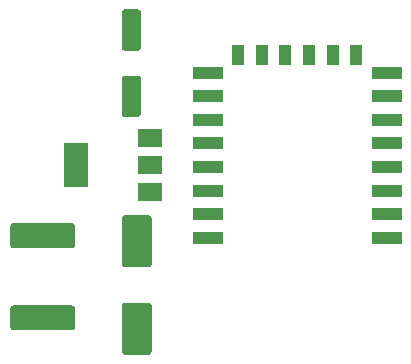
<source format=gbr>
G04 #@! TF.GenerationSoftware,KiCad,Pcbnew,(5.1.2)-2*
G04 #@! TF.CreationDate,2020-09-10T18:09:44+02:00*
G04 #@! TF.ProjectId,enclosure_helper,656e636c-6f73-4757-9265-5f68656c7065,rev?*
G04 #@! TF.SameCoordinates,Original*
G04 #@! TF.FileFunction,Paste,Top*
G04 #@! TF.FilePolarity,Positive*
%FSLAX46Y46*%
G04 Gerber Fmt 4.6, Leading zero omitted, Abs format (unit mm)*
G04 Created by KiCad (PCBNEW (5.1.2)-2) date 2020-09-10 18:09:44*
%MOMM*%
%LPD*%
G04 APERTURE LIST*
%ADD10C,0.100000*%
%ADD11C,2.100000*%
%ADD12C,1.600000*%
%ADD13R,2.000000X1.500000*%
%ADD14R,2.000000X3.800000*%
%ADD15C,2.500000*%
%ADD16R,2.500000X1.000000*%
%ADD17R,1.000000X1.800000*%
G04 APERTURE END LIST*
D10*
G36*
X130172604Y-109885704D02*
G01*
X130196873Y-109889304D01*
X130220671Y-109895265D01*
X130243771Y-109903530D01*
X130265949Y-109914020D01*
X130286993Y-109926633D01*
X130306698Y-109941247D01*
X130324877Y-109957723D01*
X130341353Y-109975902D01*
X130355967Y-109995607D01*
X130368580Y-110016651D01*
X130379070Y-110038829D01*
X130387335Y-110061929D01*
X130393296Y-110085727D01*
X130396896Y-110109996D01*
X130398100Y-110134500D01*
X130398100Y-111734500D01*
X130396896Y-111759004D01*
X130393296Y-111783273D01*
X130387335Y-111807071D01*
X130379070Y-111830171D01*
X130368580Y-111852349D01*
X130355967Y-111873393D01*
X130341353Y-111893098D01*
X130324877Y-111911277D01*
X130306698Y-111927753D01*
X130286993Y-111942367D01*
X130265949Y-111954980D01*
X130243771Y-111965470D01*
X130220671Y-111973735D01*
X130196873Y-111979696D01*
X130172604Y-111983296D01*
X130148100Y-111984500D01*
X125198100Y-111984500D01*
X125173596Y-111983296D01*
X125149327Y-111979696D01*
X125125529Y-111973735D01*
X125102429Y-111965470D01*
X125080251Y-111954980D01*
X125059207Y-111942367D01*
X125039502Y-111927753D01*
X125021323Y-111911277D01*
X125004847Y-111893098D01*
X124990233Y-111873393D01*
X124977620Y-111852349D01*
X124967130Y-111830171D01*
X124958865Y-111807071D01*
X124952904Y-111783273D01*
X124949304Y-111759004D01*
X124948100Y-111734500D01*
X124948100Y-110134500D01*
X124949304Y-110109996D01*
X124952904Y-110085727D01*
X124958865Y-110061929D01*
X124967130Y-110038829D01*
X124977620Y-110016651D01*
X124990233Y-109995607D01*
X125004847Y-109975902D01*
X125021323Y-109957723D01*
X125039502Y-109941247D01*
X125059207Y-109926633D01*
X125080251Y-109914020D01*
X125102429Y-109903530D01*
X125125529Y-109895265D01*
X125149327Y-109889304D01*
X125173596Y-109885704D01*
X125198100Y-109884500D01*
X130148100Y-109884500D01*
X130172604Y-109885704D01*
X130172604Y-109885704D01*
G37*
D11*
X127673100Y-110934500D03*
D10*
G36*
X130172604Y-116835704D02*
G01*
X130196873Y-116839304D01*
X130220671Y-116845265D01*
X130243771Y-116853530D01*
X130265949Y-116864020D01*
X130286993Y-116876633D01*
X130306698Y-116891247D01*
X130324877Y-116907723D01*
X130341353Y-116925902D01*
X130355967Y-116945607D01*
X130368580Y-116966651D01*
X130379070Y-116988829D01*
X130387335Y-117011929D01*
X130393296Y-117035727D01*
X130396896Y-117059996D01*
X130398100Y-117084500D01*
X130398100Y-118684500D01*
X130396896Y-118709004D01*
X130393296Y-118733273D01*
X130387335Y-118757071D01*
X130379070Y-118780171D01*
X130368580Y-118802349D01*
X130355967Y-118823393D01*
X130341353Y-118843098D01*
X130324877Y-118861277D01*
X130306698Y-118877753D01*
X130286993Y-118892367D01*
X130265949Y-118904980D01*
X130243771Y-118915470D01*
X130220671Y-118923735D01*
X130196873Y-118929696D01*
X130172604Y-118933296D01*
X130148100Y-118934500D01*
X125198100Y-118934500D01*
X125173596Y-118933296D01*
X125149327Y-118929696D01*
X125125529Y-118923735D01*
X125102429Y-118915470D01*
X125080251Y-118904980D01*
X125059207Y-118892367D01*
X125039502Y-118877753D01*
X125021323Y-118861277D01*
X125004847Y-118843098D01*
X124990233Y-118823393D01*
X124977620Y-118802349D01*
X124967130Y-118780171D01*
X124958865Y-118757071D01*
X124952904Y-118733273D01*
X124949304Y-118709004D01*
X124948100Y-118684500D01*
X124948100Y-117084500D01*
X124949304Y-117059996D01*
X124952904Y-117035727D01*
X124958865Y-117011929D01*
X124967130Y-116988829D01*
X124977620Y-116966651D01*
X124990233Y-116945607D01*
X125004847Y-116925902D01*
X125021323Y-116907723D01*
X125039502Y-116891247D01*
X125059207Y-116876633D01*
X125080251Y-116864020D01*
X125102429Y-116853530D01*
X125125529Y-116845265D01*
X125149327Y-116839304D01*
X125173596Y-116835704D01*
X125198100Y-116834500D01*
X130148100Y-116834500D01*
X130172604Y-116835704D01*
X130172604Y-116835704D01*
G37*
D11*
X127673100Y-117884500D03*
D10*
G36*
X135758384Y-97373084D02*
G01*
X135782653Y-97376684D01*
X135806451Y-97382645D01*
X135829551Y-97390910D01*
X135851729Y-97401400D01*
X135872773Y-97414013D01*
X135892478Y-97428627D01*
X135910657Y-97445103D01*
X135927133Y-97463282D01*
X135941747Y-97482987D01*
X135954360Y-97504031D01*
X135964850Y-97526209D01*
X135973115Y-97549309D01*
X135979076Y-97573107D01*
X135982676Y-97597376D01*
X135983880Y-97621880D01*
X135983880Y-100621880D01*
X135982676Y-100646384D01*
X135979076Y-100670653D01*
X135973115Y-100694451D01*
X135964850Y-100717551D01*
X135954360Y-100739729D01*
X135941747Y-100760773D01*
X135927133Y-100780478D01*
X135910657Y-100798657D01*
X135892478Y-100815133D01*
X135872773Y-100829747D01*
X135851729Y-100842360D01*
X135829551Y-100852850D01*
X135806451Y-100861115D01*
X135782653Y-100867076D01*
X135758384Y-100870676D01*
X135733880Y-100871880D01*
X134633880Y-100871880D01*
X134609376Y-100870676D01*
X134585107Y-100867076D01*
X134561309Y-100861115D01*
X134538209Y-100852850D01*
X134516031Y-100842360D01*
X134494987Y-100829747D01*
X134475282Y-100815133D01*
X134457103Y-100798657D01*
X134440627Y-100780478D01*
X134426013Y-100760773D01*
X134413400Y-100739729D01*
X134402910Y-100717551D01*
X134394645Y-100694451D01*
X134388684Y-100670653D01*
X134385084Y-100646384D01*
X134383880Y-100621880D01*
X134383880Y-97621880D01*
X134385084Y-97597376D01*
X134388684Y-97573107D01*
X134394645Y-97549309D01*
X134402910Y-97526209D01*
X134413400Y-97504031D01*
X134426013Y-97482987D01*
X134440627Y-97463282D01*
X134457103Y-97445103D01*
X134475282Y-97428627D01*
X134494987Y-97414013D01*
X134516031Y-97401400D01*
X134538209Y-97390910D01*
X134561309Y-97382645D01*
X134585107Y-97376684D01*
X134609376Y-97373084D01*
X134633880Y-97371880D01*
X135733880Y-97371880D01*
X135758384Y-97373084D01*
X135758384Y-97373084D01*
G37*
D12*
X135183880Y-99121880D03*
D10*
G36*
X135758384Y-91773084D02*
G01*
X135782653Y-91776684D01*
X135806451Y-91782645D01*
X135829551Y-91790910D01*
X135851729Y-91801400D01*
X135872773Y-91814013D01*
X135892478Y-91828627D01*
X135910657Y-91845103D01*
X135927133Y-91863282D01*
X135941747Y-91882987D01*
X135954360Y-91904031D01*
X135964850Y-91926209D01*
X135973115Y-91949309D01*
X135979076Y-91973107D01*
X135982676Y-91997376D01*
X135983880Y-92021880D01*
X135983880Y-95021880D01*
X135982676Y-95046384D01*
X135979076Y-95070653D01*
X135973115Y-95094451D01*
X135964850Y-95117551D01*
X135954360Y-95139729D01*
X135941747Y-95160773D01*
X135927133Y-95180478D01*
X135910657Y-95198657D01*
X135892478Y-95215133D01*
X135872773Y-95229747D01*
X135851729Y-95242360D01*
X135829551Y-95252850D01*
X135806451Y-95261115D01*
X135782653Y-95267076D01*
X135758384Y-95270676D01*
X135733880Y-95271880D01*
X134633880Y-95271880D01*
X134609376Y-95270676D01*
X134585107Y-95267076D01*
X134561309Y-95261115D01*
X134538209Y-95252850D01*
X134516031Y-95242360D01*
X134494987Y-95229747D01*
X134475282Y-95215133D01*
X134457103Y-95198657D01*
X134440627Y-95180478D01*
X134426013Y-95160773D01*
X134413400Y-95139729D01*
X134402910Y-95117551D01*
X134394645Y-95094451D01*
X134388684Y-95070653D01*
X134385084Y-95046384D01*
X134383880Y-95021880D01*
X134383880Y-92021880D01*
X134385084Y-91997376D01*
X134388684Y-91973107D01*
X134394645Y-91949309D01*
X134402910Y-91926209D01*
X134413400Y-91904031D01*
X134426013Y-91882987D01*
X134440627Y-91863282D01*
X134457103Y-91845103D01*
X134475282Y-91828627D01*
X134494987Y-91814013D01*
X134516031Y-91801400D01*
X134538209Y-91790910D01*
X134561309Y-91782645D01*
X134585107Y-91776684D01*
X134609376Y-91773084D01*
X134633880Y-91771880D01*
X135733880Y-91771880D01*
X135758384Y-91773084D01*
X135758384Y-91773084D01*
G37*
D12*
X135183880Y-93521880D03*
D13*
X136766700Y-107252800D03*
X136766700Y-102652800D03*
X136766700Y-104952800D03*
D14*
X130466700Y-104952800D03*
D10*
G36*
X136673204Y-116614004D02*
G01*
X136697473Y-116617604D01*
X136721271Y-116623565D01*
X136744371Y-116631830D01*
X136766549Y-116642320D01*
X136787593Y-116654933D01*
X136807298Y-116669547D01*
X136825477Y-116686023D01*
X136841953Y-116704202D01*
X136856567Y-116723907D01*
X136869180Y-116744951D01*
X136879670Y-116767129D01*
X136887935Y-116790229D01*
X136893896Y-116814027D01*
X136897496Y-116838296D01*
X136898700Y-116862800D01*
X136898700Y-120762800D01*
X136897496Y-120787304D01*
X136893896Y-120811573D01*
X136887935Y-120835371D01*
X136879670Y-120858471D01*
X136869180Y-120880649D01*
X136856567Y-120901693D01*
X136841953Y-120921398D01*
X136825477Y-120939577D01*
X136807298Y-120956053D01*
X136787593Y-120970667D01*
X136766549Y-120983280D01*
X136744371Y-120993770D01*
X136721271Y-121002035D01*
X136697473Y-121007996D01*
X136673204Y-121011596D01*
X136648700Y-121012800D01*
X134648700Y-121012800D01*
X134624196Y-121011596D01*
X134599927Y-121007996D01*
X134576129Y-121002035D01*
X134553029Y-120993770D01*
X134530851Y-120983280D01*
X134509807Y-120970667D01*
X134490102Y-120956053D01*
X134471923Y-120939577D01*
X134455447Y-120921398D01*
X134440833Y-120901693D01*
X134428220Y-120880649D01*
X134417730Y-120858471D01*
X134409465Y-120835371D01*
X134403504Y-120811573D01*
X134399904Y-120787304D01*
X134398700Y-120762800D01*
X134398700Y-116862800D01*
X134399904Y-116838296D01*
X134403504Y-116814027D01*
X134409465Y-116790229D01*
X134417730Y-116767129D01*
X134428220Y-116744951D01*
X134440833Y-116723907D01*
X134455447Y-116704202D01*
X134471923Y-116686023D01*
X134490102Y-116669547D01*
X134509807Y-116654933D01*
X134530851Y-116642320D01*
X134553029Y-116631830D01*
X134576129Y-116623565D01*
X134599927Y-116617604D01*
X134624196Y-116614004D01*
X134648700Y-116612800D01*
X136648700Y-116612800D01*
X136673204Y-116614004D01*
X136673204Y-116614004D01*
G37*
D15*
X135648700Y-118812800D03*
D10*
G36*
X136673204Y-109214004D02*
G01*
X136697473Y-109217604D01*
X136721271Y-109223565D01*
X136744371Y-109231830D01*
X136766549Y-109242320D01*
X136787593Y-109254933D01*
X136807298Y-109269547D01*
X136825477Y-109286023D01*
X136841953Y-109304202D01*
X136856567Y-109323907D01*
X136869180Y-109344951D01*
X136879670Y-109367129D01*
X136887935Y-109390229D01*
X136893896Y-109414027D01*
X136897496Y-109438296D01*
X136898700Y-109462800D01*
X136898700Y-113362800D01*
X136897496Y-113387304D01*
X136893896Y-113411573D01*
X136887935Y-113435371D01*
X136879670Y-113458471D01*
X136869180Y-113480649D01*
X136856567Y-113501693D01*
X136841953Y-113521398D01*
X136825477Y-113539577D01*
X136807298Y-113556053D01*
X136787593Y-113570667D01*
X136766549Y-113583280D01*
X136744371Y-113593770D01*
X136721271Y-113602035D01*
X136697473Y-113607996D01*
X136673204Y-113611596D01*
X136648700Y-113612800D01*
X134648700Y-113612800D01*
X134624196Y-113611596D01*
X134599927Y-113607996D01*
X134576129Y-113602035D01*
X134553029Y-113593770D01*
X134530851Y-113583280D01*
X134509807Y-113570667D01*
X134490102Y-113556053D01*
X134471923Y-113539577D01*
X134455447Y-113521398D01*
X134440833Y-113501693D01*
X134428220Y-113480649D01*
X134417730Y-113458471D01*
X134409465Y-113435371D01*
X134403504Y-113411573D01*
X134399904Y-113387304D01*
X134398700Y-113362800D01*
X134398700Y-109462800D01*
X134399904Y-109438296D01*
X134403504Y-109414027D01*
X134409465Y-109390229D01*
X134417730Y-109367129D01*
X134428220Y-109344951D01*
X134440833Y-109323907D01*
X134455447Y-109304202D01*
X134471923Y-109286023D01*
X134490102Y-109269547D01*
X134509807Y-109254933D01*
X134530851Y-109242320D01*
X134553029Y-109231830D01*
X134576129Y-109223565D01*
X134599927Y-109217604D01*
X134624196Y-109214004D01*
X134648700Y-109212800D01*
X136648700Y-109212800D01*
X136673204Y-109214004D01*
X136673204Y-109214004D01*
G37*
D15*
X135648700Y-111412800D03*
D16*
X156837700Y-111119800D03*
X156837700Y-109119800D03*
X156837700Y-107119800D03*
X156837700Y-105119800D03*
X156837700Y-103119800D03*
X156837700Y-101119800D03*
X156837700Y-99119800D03*
X156837700Y-97119800D03*
D17*
X154237700Y-95619800D03*
X152237700Y-95619800D03*
X150237700Y-95619800D03*
X148237700Y-95619800D03*
X146237700Y-95619800D03*
X144237700Y-95619800D03*
D16*
X141637700Y-97119800D03*
X141637700Y-99119800D03*
X141637700Y-101119800D03*
X141637700Y-103119800D03*
X141637700Y-105119800D03*
X141637700Y-107119800D03*
X141637700Y-109119800D03*
X141637700Y-111119800D03*
M02*

</source>
